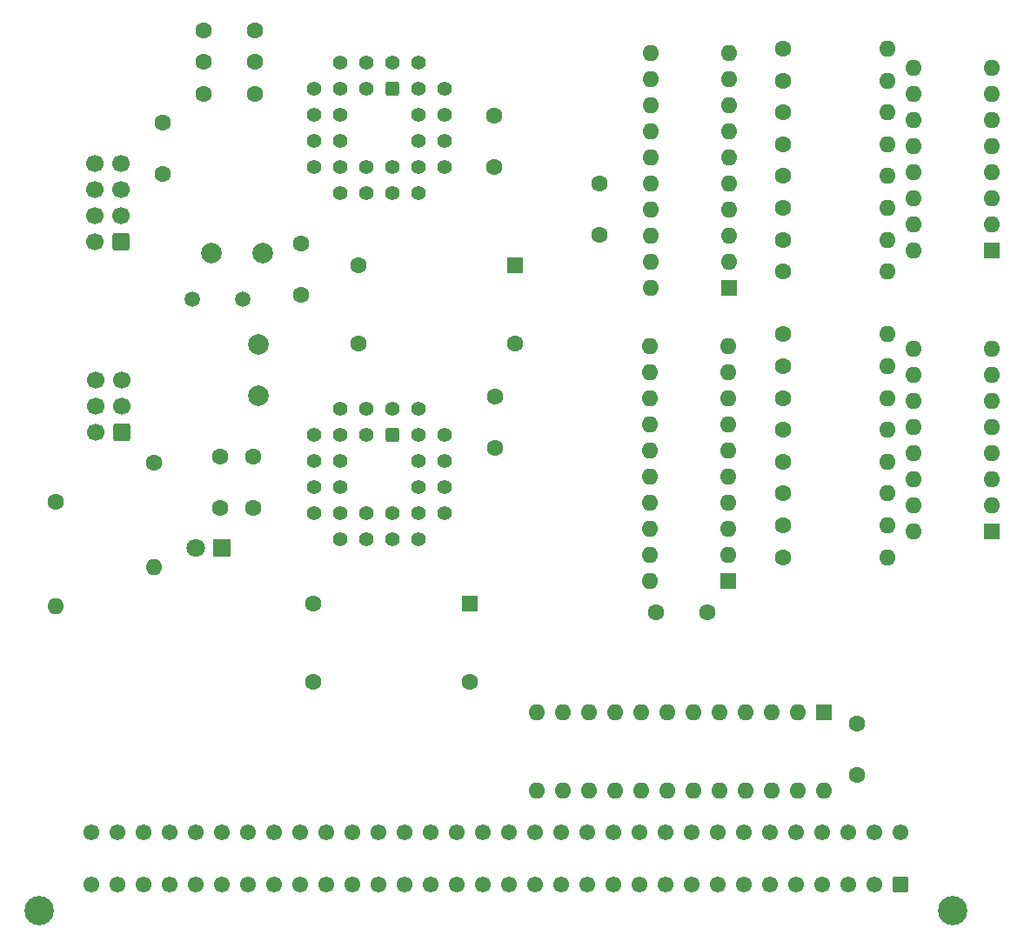
<source format=gbr>
%TF.GenerationSoftware,KiCad,Pcbnew,7.0.5*%
%TF.CreationDate,2023-11-05T11:39:25-07:00*%
%TF.ProjectId,uart_boards,75617274-5f62-46f6-9172-64732e6b6963,rev?*%
%TF.SameCoordinates,Original*%
%TF.FileFunction,Soldermask,Bot*%
%TF.FilePolarity,Negative*%
%FSLAX46Y46*%
G04 Gerber Fmt 4.6, Leading zero omitted, Abs format (unit mm)*
G04 Created by KiCad (PCBNEW 7.0.5) date 2023-11-05 11:39:25*
%MOMM*%
%LPD*%
G01*
G04 APERTURE LIST*
G04 Aperture macros list*
%AMRoundRect*
0 Rectangle with rounded corners*
0 $1 Rounding radius*
0 $2 $3 $4 $5 $6 $7 $8 $9 X,Y pos of 4 corners*
0 Add a 4 corners polygon primitive as box body*
4,1,4,$2,$3,$4,$5,$6,$7,$8,$9,$2,$3,0*
0 Add four circle primitives for the rounded corners*
1,1,$1+$1,$2,$3*
1,1,$1+$1,$4,$5*
1,1,$1+$1,$6,$7*
1,1,$1+$1,$8,$9*
0 Add four rect primitives between the rounded corners*
20,1,$1+$1,$2,$3,$4,$5,0*
20,1,$1+$1,$4,$5,$6,$7,0*
20,1,$1+$1,$6,$7,$8,$9,0*
20,1,$1+$1,$8,$9,$2,$3,0*%
G04 Aperture macros list end*
%ADD10RoundRect,0.355600X-0.355600X-0.355600X0.355600X-0.355600X0.355600X0.355600X-0.355600X0.355600X0*%
%ADD11C,1.422400*%
%ADD12C,1.600000*%
%ADD13R,1.600000X1.600000*%
%ADD14O,1.600000X1.600000*%
%ADD15RoundRect,0.250000X0.600000X0.600000X-0.600000X0.600000X-0.600000X-0.600000X0.600000X-0.600000X0*%
%ADD16C,1.700000*%
%ADD17C,2.000000*%
%ADD18C,2.850000*%
%ADD19C,1.550000*%
%ADD20RoundRect,0.249999X0.525001X0.525001X-0.525001X0.525001X-0.525001X-0.525001X0.525001X-0.525001X0*%
%ADD21C,1.500000*%
%ADD22R,1.800000X1.800000*%
%ADD23C,1.800000*%
G04 APERTURE END LIST*
D10*
%TO.C,U1*%
X136120000Y-58800000D03*
D11*
X133580000Y-56260000D03*
X133580000Y-58800000D03*
X131040000Y-56260000D03*
X128500000Y-58800000D03*
X131040000Y-58800000D03*
X128500000Y-61340000D03*
X131040000Y-61340000D03*
X128500000Y-63880000D03*
X131040000Y-63880000D03*
X128500000Y-66420000D03*
X131040000Y-68960000D03*
X131040000Y-66420000D03*
X133580000Y-68960000D03*
X133580000Y-66420000D03*
X136120000Y-68960000D03*
X136120000Y-66420000D03*
X138660000Y-68960000D03*
X141200000Y-66420000D03*
X138660000Y-66420000D03*
X141200000Y-63880000D03*
X138660000Y-63880000D03*
X141200000Y-61340000D03*
X138660000Y-61340000D03*
X141200000Y-58800000D03*
X138660000Y-56260000D03*
X138660000Y-58800000D03*
X136120000Y-56260000D03*
%TD*%
D12*
%TO.C,C9*%
X146000000Y-61400000D03*
X146000000Y-66400000D03*
%TD*%
D13*
%TO.C,X2*%
X143600000Y-108900000D03*
D12*
X128360000Y-108900000D03*
X128360000Y-116520000D03*
X143600000Y-116520000D03*
%TD*%
%TO.C,R13*%
X174100000Y-92000000D03*
D14*
X184260000Y-92000000D03*
%TD*%
D12*
%TO.C,R8*%
X174120000Y-54900000D03*
D14*
X184280000Y-54900000D03*
%TD*%
D12*
%TO.C,R14*%
X174100000Y-88900000D03*
D14*
X184260000Y-88900000D03*
%TD*%
D12*
%TO.C,C8*%
X119300000Y-94600000D03*
X119300000Y-99600000D03*
%TD*%
%TO.C,C5*%
X122500000Y-94600000D03*
X122500000Y-99600000D03*
%TD*%
%TO.C,C2*%
X117700000Y-56200000D03*
X122700000Y-56200000D03*
%TD*%
%TO.C,R4*%
X174100000Y-67300000D03*
D14*
X184260000Y-67300000D03*
%TD*%
D15*
%TO.C,J2*%
X109726928Y-92200000D03*
D16*
X107186928Y-92200000D03*
X109726928Y-89660000D03*
X107186928Y-89660000D03*
X109726928Y-87120000D03*
X107186928Y-87120000D03*
%TD*%
D12*
%TO.C,R15*%
X174100000Y-85800000D03*
D14*
X184260000Y-85800000D03*
%TD*%
D17*
%TO.C,C6*%
X123007771Y-83666325D03*
X123007771Y-88666325D03*
%TD*%
D12*
%TO.C,C1*%
X122700000Y-59300000D03*
X117700000Y-59300000D03*
%TD*%
D13*
%TO.C,SW2*%
X194380000Y-101875000D03*
D14*
X194380000Y-99335000D03*
X194380000Y-96795000D03*
X194380000Y-94255000D03*
X194380000Y-91715000D03*
X194380000Y-89175000D03*
X194380000Y-86635000D03*
X194380000Y-84095000D03*
X186760000Y-84095000D03*
X186760000Y-86635000D03*
X186760000Y-89175000D03*
X186760000Y-91715000D03*
X186760000Y-94255000D03*
X186760000Y-96795000D03*
X186760000Y-99335000D03*
X186760000Y-101875000D03*
%TD*%
D12*
%TO.C,R5*%
X174120000Y-64200000D03*
D14*
X184280000Y-64200000D03*
%TD*%
D12*
%TO.C,R10*%
X174100000Y-101300000D03*
D14*
X184260000Y-101300000D03*
%TD*%
D12*
%TO.C,R11*%
X174120000Y-98200000D03*
D14*
X184280000Y-98200000D03*
%TD*%
D12*
%TO.C,R3*%
X174100000Y-70400000D03*
D14*
X184260000Y-70400000D03*
%TD*%
D12*
%TO.C,R1*%
X174100000Y-76600000D03*
D14*
X184260000Y-76600000D03*
%TD*%
D12*
%TO.C,C10*%
X146100000Y-88800000D03*
X146100000Y-93800000D03*
%TD*%
D15*
%TO.C,J3*%
X109700000Y-73700000D03*
D16*
X107160000Y-73700000D03*
X109700000Y-71160000D03*
X107160000Y-71160000D03*
X109700000Y-68620000D03*
X107160000Y-68620000D03*
X109700000Y-66080000D03*
X107160000Y-66080000D03*
%TD*%
D12*
%TO.C,C14*%
X127200000Y-73900000D03*
X127200000Y-78900000D03*
%TD*%
D13*
%TO.C,SW1*%
X194380000Y-74580000D03*
D14*
X194380000Y-72040000D03*
X194380000Y-69500000D03*
X194380000Y-66960000D03*
X194380000Y-64420000D03*
X194380000Y-61880000D03*
X194380000Y-59340000D03*
X194380000Y-56800000D03*
X186760000Y-56800000D03*
X186760000Y-59340000D03*
X186760000Y-61880000D03*
X186760000Y-64420000D03*
X186760000Y-66960000D03*
X186760000Y-69500000D03*
X186760000Y-72040000D03*
X186760000Y-74580000D03*
%TD*%
D12*
%TO.C,R6*%
X174120000Y-61100000D03*
D14*
X184280000Y-61100000D03*
%TD*%
D13*
%TO.C,X1*%
X148000000Y-76000000D03*
D12*
X132760000Y-76000000D03*
X132760000Y-83620000D03*
X148000000Y-83620000D03*
%TD*%
D13*
%TO.C,U4*%
X178120000Y-119500000D03*
D14*
X175580000Y-119500000D03*
X173040000Y-119500000D03*
X170500000Y-119500000D03*
X167960000Y-119500000D03*
X165420000Y-119500000D03*
X162880000Y-119500000D03*
X160340000Y-119500000D03*
X157800000Y-119500000D03*
X155260000Y-119500000D03*
X152720000Y-119500000D03*
X150180000Y-119500000D03*
X150180000Y-127120000D03*
X152720000Y-127120000D03*
X155260000Y-127120000D03*
X157800000Y-127120000D03*
X160340000Y-127120000D03*
X162880000Y-127120000D03*
X165420000Y-127120000D03*
X167960000Y-127120000D03*
X170500000Y-127120000D03*
X173040000Y-127120000D03*
X175580000Y-127120000D03*
X178120000Y-127120000D03*
%TD*%
D17*
%TO.C,C7*%
X118500000Y-74800000D03*
X123500000Y-74800000D03*
%TD*%
D12*
%TO.C,C3*%
X122700000Y-53100000D03*
X117700000Y-53100000D03*
%TD*%
%TO.C,C12*%
X161700000Y-109800000D03*
X166700000Y-109800000D03*
%TD*%
%TO.C,R2*%
X174100000Y-73500000D03*
D14*
X184260000Y-73500000D03*
%TD*%
D13*
%TO.C,U6*%
X168800000Y-106680000D03*
D14*
X168800000Y-104140000D03*
X168800000Y-101600000D03*
X168800000Y-99060000D03*
X168800000Y-96520000D03*
X168800000Y-93980000D03*
X168800000Y-91440000D03*
X168800000Y-88900000D03*
X168800000Y-86360000D03*
X168800000Y-83820000D03*
X161180000Y-83820000D03*
X161180000Y-86360000D03*
X161180000Y-88900000D03*
X161180000Y-91440000D03*
X161180000Y-93980000D03*
X161180000Y-96520000D03*
X161180000Y-99060000D03*
X161180000Y-101600000D03*
X161180000Y-104140000D03*
X161180000Y-106680000D03*
%TD*%
D12*
%TO.C,C4*%
X113700000Y-62100000D03*
X113700000Y-67100000D03*
%TD*%
%TO.C,R9*%
X174100000Y-104400000D03*
D14*
X184260000Y-104400000D03*
%TD*%
D12*
%TO.C,C13*%
X156200000Y-73000000D03*
X156200000Y-68000000D03*
%TD*%
D18*
%TO.C,J1*%
X190600000Y-138820000D03*
X101700000Y-138820000D03*
D19*
X185520000Y-131200000D03*
X182980000Y-131200000D03*
X180440000Y-131200000D03*
X177900000Y-131200000D03*
X175360000Y-131200000D03*
X172820000Y-131200000D03*
X170280000Y-131200000D03*
X167740000Y-131200000D03*
X165200000Y-131200000D03*
X162660000Y-131200000D03*
X160120000Y-131200000D03*
X157580000Y-131200000D03*
X155040000Y-131200000D03*
X152500000Y-131200000D03*
X149960000Y-131200000D03*
X147420000Y-131200000D03*
X144880000Y-131200000D03*
X142340000Y-131200000D03*
X139800000Y-131200000D03*
X137260000Y-131200000D03*
X134720000Y-131200000D03*
X132180000Y-131200000D03*
X129640000Y-131200000D03*
X127100000Y-131200000D03*
X124560000Y-131200000D03*
X122020000Y-131200000D03*
X119480000Y-131200000D03*
X116940000Y-131200000D03*
X114400000Y-131200000D03*
X111860000Y-131200000D03*
X109320000Y-131200000D03*
X106780000Y-131200000D03*
X106780000Y-136280000D03*
X109320000Y-136280000D03*
X111860000Y-136280000D03*
X114400000Y-136280000D03*
X116940000Y-136280000D03*
X119480000Y-136280000D03*
X122020000Y-136280000D03*
X124560000Y-136280000D03*
X127100000Y-136280000D03*
X129640000Y-136280000D03*
X132180000Y-136280000D03*
X134720000Y-136280000D03*
X137260000Y-136280000D03*
X139800000Y-136280000D03*
X142340000Y-136280000D03*
X144880000Y-136280000D03*
X147420000Y-136280000D03*
X149960000Y-136280000D03*
X152500000Y-136280000D03*
X155040000Y-136280000D03*
X157580000Y-136280000D03*
X160120000Y-136280000D03*
X162660000Y-136280000D03*
X165200000Y-136280000D03*
X167740000Y-136280000D03*
X170280000Y-136280000D03*
X172820000Y-136280000D03*
X175360000Y-136280000D03*
X177900000Y-136280000D03*
X180440000Y-136280000D03*
X182980000Y-136280000D03*
D20*
X185520000Y-136280000D03*
%TD*%
D12*
%TO.C,R12*%
X174100000Y-95100000D03*
D14*
X184260000Y-95100000D03*
%TD*%
D13*
%TO.C,U5*%
X168820000Y-78180000D03*
D14*
X168820000Y-75640000D03*
X168820000Y-73100000D03*
X168820000Y-70560000D03*
X168820000Y-68020000D03*
X168820000Y-65480000D03*
X168820000Y-62940000D03*
X168820000Y-60400000D03*
X168820000Y-57860000D03*
X168820000Y-55320000D03*
X161200000Y-55320000D03*
X161200000Y-57860000D03*
X161200000Y-60400000D03*
X161200000Y-62940000D03*
X161200000Y-65480000D03*
X161200000Y-68020000D03*
X161200000Y-70560000D03*
X161200000Y-73100000D03*
X161200000Y-75640000D03*
X161200000Y-78180000D03*
%TD*%
D12*
%TO.C,R18*%
X103300000Y-99000000D03*
D14*
X103300000Y-109160000D03*
%TD*%
D10*
%TO.C,U2*%
X136070000Y-92490000D03*
D11*
X133530000Y-89950000D03*
X133530000Y-92490000D03*
X130990000Y-89950000D03*
X128450000Y-92490000D03*
X130990000Y-92490000D03*
X128450000Y-95030000D03*
X130990000Y-95030000D03*
X128450000Y-97570000D03*
X130990000Y-97570000D03*
X128450000Y-100110000D03*
X130990000Y-102650000D03*
X130990000Y-100110000D03*
X133530000Y-102650000D03*
X133530000Y-100110000D03*
X136070000Y-102650000D03*
X136070000Y-100110000D03*
X138610000Y-102650000D03*
X141150000Y-100110000D03*
X138610000Y-100110000D03*
X141150000Y-97570000D03*
X138610000Y-97570000D03*
X141150000Y-95030000D03*
X138610000Y-95030000D03*
X141150000Y-92490000D03*
X138610000Y-89950000D03*
X138610000Y-92490000D03*
X136070000Y-89950000D03*
%TD*%
D12*
%TO.C,R7*%
X174120000Y-58000000D03*
D14*
X184280000Y-58000000D03*
%TD*%
D21*
%TO.C,Y1*%
X121500000Y-79300000D03*
X116600000Y-79300000D03*
%TD*%
D12*
%TO.C,R16*%
X174100000Y-82700000D03*
D14*
X184260000Y-82700000D03*
%TD*%
D12*
%TO.C,R17*%
X112900000Y-95200000D03*
D14*
X112900000Y-105360000D03*
%TD*%
D22*
%TO.C,D1*%
X119500000Y-103500000D03*
D23*
X116960000Y-103500000D03*
%TD*%
D12*
%TO.C,C11*%
X181260000Y-125600000D03*
X181260000Y-120600000D03*
%TD*%
M02*

</source>
